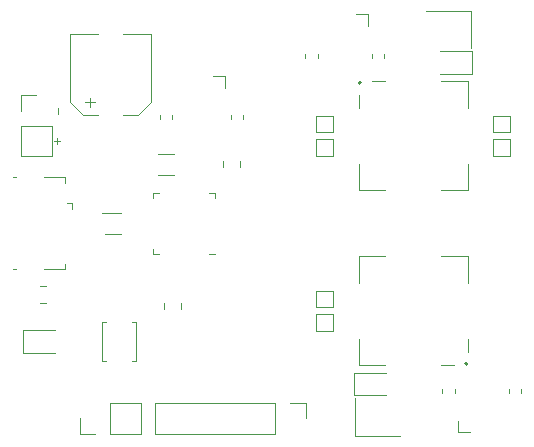
<source format=gbr>
G04 #@! TF.GenerationSoftware,KiCad,Pcbnew,(5.1.4)-1*
G04 #@! TF.CreationDate,2020-11-09T21:30:18-05:00*
G04 #@! TF.ProjectId,icepool-board,69636570-6f6f-46c2-9d62-6f6172642e6b,2020-04*
G04 #@! TF.SameCoordinates,Original*
G04 #@! TF.FileFunction,Legend,Top*
G04 #@! TF.FilePolarity,Positive*
%FSLAX46Y46*%
G04 Gerber Fmt 4.6, Leading zero omitted, Abs format (unit mm)*
G04 Created by KiCad (PCBNEW (5.1.4)-1) date 2020-11-09 21:30:18*
%MOMM*%
%LPD*%
G04 APERTURE LIST*
%ADD10C,0.100000*%
%ADD11C,0.120000*%
%ADD12C,0.200000*%
G04 APERTURE END LIST*
D10*
X29300000Y-60766666D02*
X29300000Y-60233333D01*
X28983333Y-63050000D02*
X29516666Y-63050000D01*
X29250000Y-63316666D02*
X29250000Y-62783333D01*
D11*
X31658750Y-59743750D02*
X32446250Y-59743750D01*
X32052500Y-60137500D02*
X32052500Y-59350000D01*
X36145563Y-60810000D02*
X37210000Y-59745563D01*
X31454437Y-60810000D02*
X30390000Y-59745563D01*
X31454437Y-60810000D02*
X32740000Y-60810000D01*
X36145563Y-60810000D02*
X34860000Y-60810000D01*
X37210000Y-59745563D02*
X37210000Y-53990000D01*
X30390000Y-59745563D02*
X30390000Y-53990000D01*
X30390000Y-53990000D02*
X32740000Y-53990000D01*
X37210000Y-53990000D02*
X34860000Y-53990000D01*
X63200001Y-87699999D02*
X63200001Y-86699999D01*
X64200001Y-87699999D02*
X63200001Y-87699999D01*
X33100000Y-69100000D02*
X34650000Y-69100000D01*
X34650000Y-70900000D02*
X33350000Y-70900000D01*
X52600000Y-75700000D02*
X52600000Y-77100000D01*
X51200000Y-75700000D02*
X52600000Y-75700000D01*
X51200000Y-77100000D02*
X51200000Y-75700000D01*
X52600000Y-77100000D02*
X51200000Y-77100000D01*
X66200000Y-64300000D02*
X66200000Y-62900000D01*
X67600000Y-64300000D02*
X66200000Y-64300000D01*
X67600000Y-62900000D02*
X67600000Y-64300000D01*
X66200000Y-62900000D02*
X67600000Y-62900000D01*
X51200000Y-64300000D02*
X51200000Y-62900000D01*
X52600000Y-64300000D02*
X51200000Y-64300000D01*
X52600000Y-62900000D02*
X52600000Y-64300000D01*
X51200000Y-62900000D02*
X52600000Y-62900000D01*
X52600000Y-77700000D02*
X52600000Y-79100000D01*
X51200000Y-77700000D02*
X52600000Y-77700000D01*
X51200000Y-79100000D02*
X51200000Y-77700000D01*
X52600000Y-79100000D02*
X51200000Y-79100000D01*
X66200000Y-62300000D02*
X66200000Y-60900000D01*
X67600000Y-62300000D02*
X66200000Y-62300000D01*
X67600000Y-60900000D02*
X67600000Y-62300000D01*
X66200000Y-60900000D02*
X67600000Y-60900000D01*
X51200000Y-62300000D02*
X51200000Y-60900000D01*
X52600000Y-62300000D02*
X51200000Y-62300000D01*
X52600000Y-60900000D02*
X52600000Y-62300000D01*
X51200000Y-60900000D02*
X52600000Y-60900000D01*
X37825000Y-64125000D02*
X39175000Y-64125000D01*
X37825000Y-65875000D02*
X39175000Y-65875000D01*
X54500000Y-87975000D02*
X58300000Y-87975000D01*
X54500000Y-84825000D02*
X54500000Y-87975000D01*
X64300000Y-52025000D02*
X60500000Y-52025000D01*
X64300000Y-55175000D02*
X64300000Y-52025000D01*
D12*
X64000000Y-81900000D02*
G75*
G03X64000000Y-81900000I-100000J0D01*
G01*
D11*
X64020000Y-80900000D02*
X64020000Y-79770000D01*
X61770000Y-82020000D02*
X62900000Y-82020000D01*
X64020000Y-72780000D02*
X64020000Y-75030000D01*
X61770000Y-72780000D02*
X64020000Y-72780000D01*
X54780000Y-82020000D02*
X54780000Y-79770000D01*
X57030000Y-82020000D02*
X54780000Y-82020000D01*
X54780000Y-72780000D02*
X54780000Y-75030000D01*
X57030000Y-72780000D02*
X54780000Y-72780000D01*
X54780000Y-82020000D02*
X54780000Y-79770000D01*
X57030000Y-82020000D02*
X54780000Y-82020000D01*
X54780000Y-82020000D02*
X54780000Y-79770000D01*
X57030000Y-82020000D02*
X54780000Y-82020000D01*
D12*
X55000000Y-58100000D02*
G75*
G03X55000000Y-58100000I-100000J0D01*
G01*
D11*
X54780000Y-59100000D02*
X54780000Y-60230000D01*
X57030000Y-57980000D02*
X55900000Y-57980000D01*
X54780000Y-67220000D02*
X54780000Y-64970000D01*
X57030000Y-67220000D02*
X54780000Y-67220000D01*
X64020000Y-57980000D02*
X64020000Y-60230000D01*
X61770000Y-57980000D02*
X64020000Y-57980000D01*
X64020000Y-67220000D02*
X64020000Y-64970000D01*
X61770000Y-67220000D02*
X64020000Y-67220000D01*
X64020000Y-57980000D02*
X64020000Y-60230000D01*
X61770000Y-57980000D02*
X64020000Y-57980000D01*
X64020000Y-57980000D02*
X64020000Y-60230000D01*
X61770000Y-57980000D02*
X64020000Y-57980000D01*
X54599999Y-52300000D02*
X55599999Y-52300000D01*
X55599999Y-52300000D02*
X55599999Y-53300000D01*
X42135000Y-72610000D02*
X42610000Y-72610000D01*
X37390000Y-67390000D02*
X37390000Y-67865000D01*
X37865000Y-67390000D02*
X37390000Y-67390000D01*
X42610000Y-67390000D02*
X42610000Y-67865000D01*
X42135000Y-67390000D02*
X42610000Y-67390000D01*
X37390000Y-72610000D02*
X37390000Y-72135000D01*
X37865000Y-72610000D02*
X37390000Y-72610000D01*
X43500000Y-57500000D02*
X43500000Y-58500000D01*
X42500000Y-57500000D02*
X43500000Y-57500000D01*
X35900000Y-81650000D02*
X35600000Y-81650000D01*
X35900000Y-78350000D02*
X35900000Y-81650000D01*
X35600000Y-78350000D02*
X35900000Y-78350000D01*
X33100000Y-81650000D02*
X33400000Y-81650000D01*
X33100000Y-78350000D02*
X33100000Y-81650000D01*
X33400000Y-78350000D02*
X33100000Y-78350000D01*
X28321078Y-75290000D02*
X27803922Y-75290000D01*
X28321078Y-76710000D02*
X27803922Y-76710000D01*
X44710000Y-65258578D02*
X44710000Y-64741422D01*
X43290000Y-65258578D02*
X43290000Y-64741422D01*
X50330000Y-85170000D02*
X50330000Y-86500000D01*
X49000000Y-85170000D02*
X50330000Y-85170000D01*
X47730000Y-85170000D02*
X47730000Y-87830000D01*
X47730000Y-87830000D02*
X37510000Y-87830000D01*
X47730000Y-85170000D02*
X37510000Y-85170000D01*
X37510000Y-85170000D02*
X37510000Y-87830000D01*
X31170000Y-87830000D02*
X31170000Y-86500000D01*
X32500000Y-87830000D02*
X31170000Y-87830000D01*
X33770000Y-87830000D02*
X33770000Y-85170000D01*
X33770000Y-85170000D02*
X36370000Y-85170000D01*
X33770000Y-87830000D02*
X36370000Y-87830000D01*
X36370000Y-87830000D02*
X36370000Y-85170000D01*
X30512500Y-68300000D02*
X30062500Y-68300000D01*
X30512500Y-68300000D02*
X30512500Y-68750000D01*
X29962500Y-73900000D02*
X29962500Y-73450000D01*
X28112500Y-73900000D02*
X29962500Y-73900000D01*
X25562500Y-66100000D02*
X25812500Y-66100000D01*
X25562500Y-73900000D02*
X25812500Y-73900000D01*
X28112500Y-66100000D02*
X29962500Y-66100000D01*
X29962500Y-66100000D02*
X29962500Y-66550000D01*
X26170000Y-59130000D02*
X27500000Y-59130000D01*
X26170000Y-60460000D02*
X26170000Y-59130000D01*
X26170000Y-61730000D02*
X28830000Y-61730000D01*
X28830000Y-61730000D02*
X28830000Y-64330000D01*
X26170000Y-61730000D02*
X26170000Y-64330000D01*
X26170000Y-64330000D02*
X28830000Y-64330000D01*
X54415000Y-84560000D02*
X57100000Y-84560000D01*
X54415000Y-82640000D02*
X54415000Y-84560000D01*
X57100000Y-82640000D02*
X54415000Y-82640000D01*
X64385000Y-55440000D02*
X61700000Y-55440000D01*
X64385000Y-57360000D02*
X64385000Y-55440000D01*
X61700000Y-57360000D02*
X64385000Y-57360000D01*
X26377500Y-80960000D02*
X29062500Y-80960000D01*
X26377500Y-79040000D02*
X26377500Y-80960000D01*
X29062500Y-79040000D02*
X26377500Y-79040000D01*
X61890000Y-84049720D02*
X61890000Y-84375278D01*
X62910000Y-84049720D02*
X62910000Y-84375278D01*
X67490000Y-84024722D02*
X67490000Y-84350280D01*
X68510000Y-84024722D02*
X68510000Y-84350280D01*
X55890000Y-55962779D02*
X55890000Y-55637221D01*
X56910000Y-55962779D02*
X56910000Y-55637221D01*
X50290000Y-55962779D02*
X50290000Y-55637221D01*
X51310000Y-55962779D02*
X51310000Y-55637221D01*
X39710000Y-77258578D02*
X39710000Y-76741422D01*
X38290000Y-77258578D02*
X38290000Y-76741422D01*
X45010000Y-61162779D02*
X45010000Y-60837221D01*
X43990000Y-61162779D02*
X43990000Y-60837221D01*
X39010000Y-61162779D02*
X39010000Y-60837221D01*
X37990000Y-61162779D02*
X37990000Y-60837221D01*
M02*

</source>
